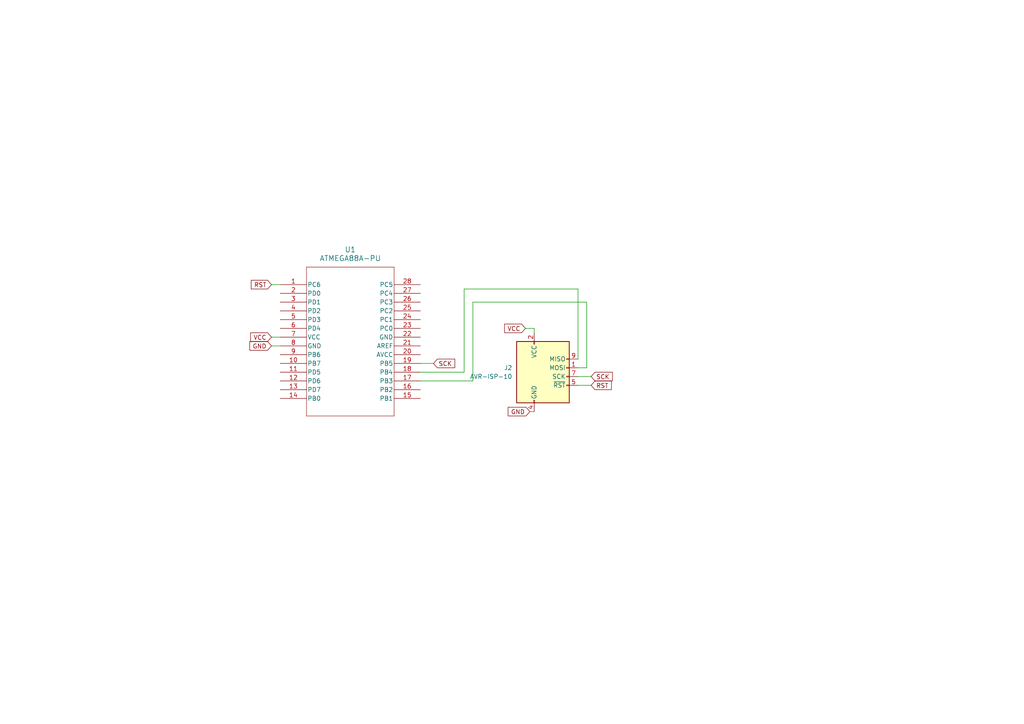
<source format=kicad_sch>
(kicad_sch (version 20231120) (generator "eeschema") (generator_version "8.0")
  (paper "A4")
  (lib_symbols
    (symbol "Connector:AVR-ISP-10" (pin_names (offset 1.016))
      (property "Reference" "J" (at -6.35 11.43 0))
      (property "Value" "AVR-ISP-10" (at 0 11.43 0))
      (symbol "AVR-ISP-10_0_1"
        (rectangle (start -2.667 -6.858) (end -2.413 -7.62))
        (rectangle (start -2.667 10.16) (end -2.413 9.398))
        (rectangle (start 7.62 -2.413) (end 6.858 -2.667))
        (rectangle (start 7.62 0.127) (end 6.858 -0.127))
        (rectangle (start 7.62 2.667) (end 6.858 2.413))
        (rectangle (start 7.62 5.207) (end 6.858 4.953))
        (rectangle (start 7.62 10.16) (end -7.62 -7.62) (stroke (width 0.254)) (fill (type background)))
      )
      (symbol "AVR-ISP-10_1_1"
        (pin passive line (at 10.16 2.54 180) (length 2.54) (name "MOSI") (number "1"))
        (pin passive line (at -2.54 -10.16 90) (length 2.54) hide (name "GND") (number "10"))
        (pin passive line (at -2.54 12.7 270) (length 2.54) (name "VCC") (number "2"))
        (pin no_connect line (at 7.62 -5.08 180) (length 2.54) hide (name "NC") (number "3"))
        (pin passive line (at -2.54 -10.16 90) (length 2.54) (name "GND") (number "4"))
        (pin passive line (at 10.16 -2.54 180) (length 2.54) (name "~{RST}") (number "5"))
        (pin passive line (at -2.54 -10.16 90) (length 2.54) hide (name "GND") (number "6"))
        (pin passive line (at 10.16 0 180) (length 2.54) (name "SCK") (number "7"))
        (pin passive line (at -2.54 -10.16 90) (length 2.54) hide (name "GND") (number "8"))
        (pin passive line (at 10.16 5.08 180) (length 2.54) (name "MISO") (number "9"))
      )
    )
    (symbol "MCU_JCTZ_ATMEGA88A-PU:ATMEGA88A-PU" (pin_names (offset 0.254))
      (property "Reference" "U" (at 20.32 10.16 0))
      (property "Value" "ATMEGA88A-PU" (at 20.32 7.62 0))
      (symbol "ATMEGA88A-PU_0_1"
        (polyline (pts (xy 7.62 -38.1) (xy 33.02 -38.1)) (stroke (width 0.127)))
        (polyline (pts (xy 7.62 5.08) (xy 7.62 -38.1)) (stroke (width 0.127)))
        (polyline (pts (xy 33.02 -38.1) (xy 33.02 5.08)) (stroke (width 0.127)))
        (polyline (pts (xy 33.02 5.08) (xy 7.62 5.08)) (stroke (width 0.127)))
        (pin unspecified line (at 0 0 0) (length 7.62) (name "PC6") (number "1"))
        (pin unspecified line (at 0 -22.86 0) (length 7.62) (name "PB7") (number "10"))
        (pin unspecified line (at 0 -25.4 0) (length 7.62) (name "PD5") (number "11"))
        (pin unspecified line (at 0 -27.94 0) (length 7.62) (name "PD6") (number "12"))
        (pin unspecified line (at 0 -30.48 0) (length 7.62) (name "PD7") (number "13"))
        (pin unspecified line (at 0 -33.02 0) (length 7.62) (name "PB0") (number "14"))
        (pin unspecified line (at 40.64 -33.02 180) (length 7.62) (name "PB1") (number "15"))
        (pin unspecified line (at 40.64 -30.48 180) (length 7.62) (name "PB2") (number "16"))
        (pin unspecified line (at 40.64 -27.94 180) (length 7.62) (name "PB3") (number "17"))
        (pin unspecified line (at 40.64 -25.4 180) (length 7.62) (name "PB4") (number "18"))
        (pin unspecified line (at 40.64 -22.86 180) (length 7.62) (name "PB5") (number "19"))
        (pin unspecified line (at 0 -2.54 0) (length 7.62) (name "PD0") (number "2"))
        (pin unspecified line (at 40.64 -20.32 180) (length 7.62) (name "AVCC") (number "20"))
        (pin unspecified line (at 40.64 -17.78 180) (length 7.62) (name "AREF") (number "21"))
        (pin unspecified line (at 40.64 -15.24 180) (length 7.62) (name "GND") (number "22"))
        (pin unspecified line (at 40.64 -12.7 180) (length 7.62) (name "PC0") (number "23"))
        (pin unspecified line (at 40.64 -10.16 180) (length 7.62) (name "PC1") (number "24"))
        (pin unspecified line (at 40.64 -7.62 180) (length 7.62) (name "PC2") (number "25"))
        (pin unspecified line (at 40.64 -5.08 180) (length 7.62) (name "PC3") (number "26"))
        (pin unspecified line (at 40.64 -2.54 180) (length 7.62) (name "PC4") (number "27"))
        (pin unspecified line (at 40.64 0 180) (length 7.62) (name "PC5") (number "28"))
        (pin unspecified line (at 0 -5.08 0) (length 7.62) (name "PD1") (number "3"))
        (pin unspecified line (at 0 -7.62 0) (length 7.62) (name "PD2") (number "4"))
        (pin unspecified line (at 0 -10.16 0) (length 7.62) (name "PD3") (number "5"))
        (pin unspecified line (at 0 -12.7 0) (length 7.62) (name "PD4") (number "6"))
        (pin unspecified line (at 0 -15.24 0) (length 7.62) (name "VCC") (number "7"))
        (pin unspecified line (at 0 -17.78 0) (length 7.62) (name "GND") (number "8"))
        (pin unspecified line (at 0 -20.32 0) (length 7.62) (name "PB6") (number "9"))
      )
    )
  )
  (wire (pts (xy 167.64 83.82) (xy 167.64 104.14)))
  (wire (pts (xy 153.67 119.38) (xy 154.94 119.38)))
  (wire (pts (xy 170.18 106.68) (xy 167.64 106.68)))
  (wire (pts (xy 154.94 96.52) (xy 154.94 95.25)))
  (wire (pts (xy 121.92 105.41) (xy 125.73 105.41)))
  (wire (pts (xy 170.18 87.63) (xy 170.18 106.68)))
  (wire (pts (xy 121.92 110.49) (xy 137.16 110.49)))
  (wire (pts (xy 78.74 97.79) (xy 81.28 97.79)))
  (wire (pts (xy 167.64 111.76) (xy 171.45 111.76)))
  (wire (pts (xy 137.16 110.49) (xy 137.16 87.63)))
  (wire (pts (xy 134.62 83.82) (xy 167.64 83.82)))
  (wire (pts (xy 134.62 107.95) (xy 134.62 83.82)))
  (wire (pts (xy 137.16 87.63) (xy 170.18 87.63)))
  (wire (pts (xy 78.74 100.33) (xy 81.28 100.33)))
  (wire (pts (xy 154.94 95.25) (xy 152.4 95.25)))
  (wire (pts (xy 78.74 82.55) (xy 81.28 82.55)))
  (wire (pts (xy 167.64 109.22) (xy 171.45 109.22)))
  (wire (pts (xy 121.92 107.95) (xy 134.62 107.95)))
  (global_label "VCC" (shape input) (at 78.74 97.79 180) (property "Intersheetrefs" "${INTERSHEET_REFS}" (effects (hide yes))))
  (global_label "SCK" (shape input) (at 125.73 105.41 0) (property "Intersheetrefs" "${INTERSHEET_REFS}" (effects (hide yes))))
  (global_label "RST" (shape input) (at 78.74 82.55 180) (property "Intersheetrefs" "${INTERSHEET_REFS}" (effects (hide yes))))
  (global_label "VCC" (shape input) (at 152.4 95.25 180) (property "Intersheetrefs" "${INTERSHEET_REFS}" (effects (hide yes))))
  (global_label "GND" (shape input) (at 78.74 100.33 180) (property "Intersheetrefs" "${INTERSHEET_REFS}" (effects (hide yes))))
  (global_label "SCK" (shape input) (at 171.45 109.22 0) (property "Intersheetrefs" "${INTERSHEET_REFS}" (effects (hide yes))))
  (global_label "RST" (shape input) (at 171.45 111.76 0) (property "Intersheetrefs" "${INTERSHEET_REFS}" (effects (hide yes))))
  (global_label "GND" (shape input) (at 153.67 119.38 180) (property "Intersheetrefs" "${INTERSHEET_REFS}" (effects (hide yes))))
  (symbol (lib_id "Connector:AVR-ISP-10") (at 157.48 109.22 0) (unit 1)
    (property "Reference" "J2" (at 148.59 106.6799 0) (effects (justify right)))
    (property "Value" "AVR-ISP-10" (at 148.59 109.2199 0) (effects (justify right)))
    (property "Footprint" "Connector_PinHeader_2.54mm:PinHeader_2x05_P2.54mm_Vertical" (effects (hide yes)))
    (property "Description" "Atmel 10-pin ISP connector" (effects (hide yes)))
  )
  (symbol (lib_id "MCU_JCTZ_ATMEGA88A-PU:ATMEGA88A-PU") (at 81.28 82.55 0) (unit 1)
    (property "Reference" "U1" (at 101.6 72.39 0) (effects (font (size 1.524 1.524))))
    (property "Value" "ATMEGA88A-PU" (at 101.6 74.93 0) (effects (font (size 1.524 1.524))))
    (property "Footprint" "MCU_JCTZ_Atmega88A:28P3_ATM" (effects (hide yes)))
    (property "Datasheet" "ATMEGA88A-PU" (effects (hide yes)))
  )
)
</source>
